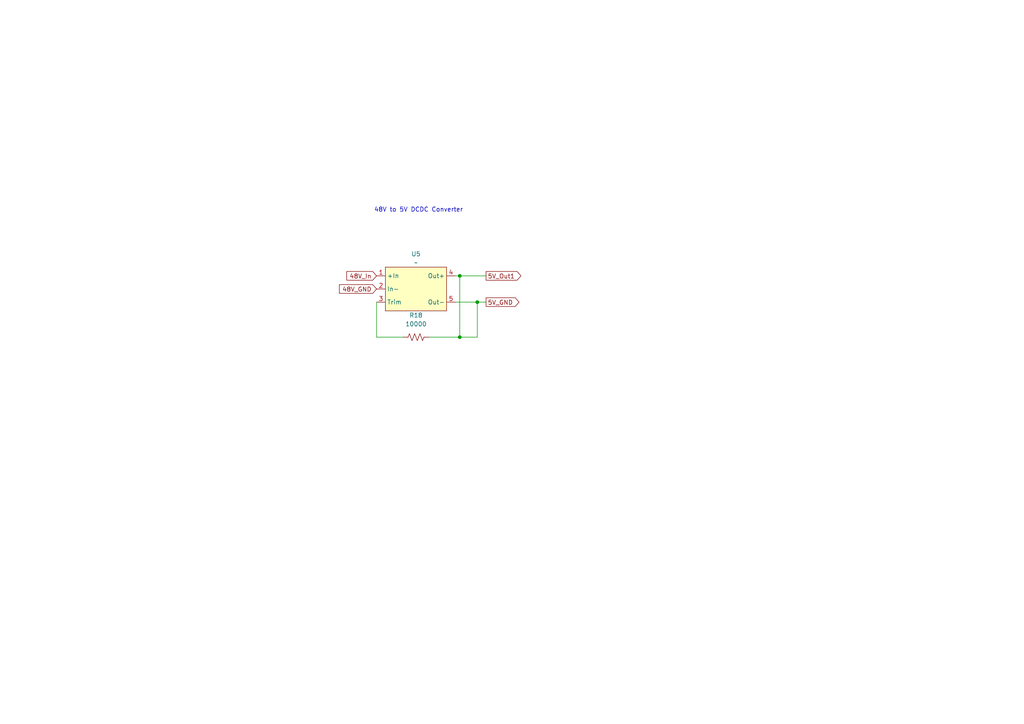
<source format=kicad_sch>
(kicad_sch (version 20231120) (generator "eeschema") (generator_version "8.0")
  (paper "A4")
  (lib_symbols
    (symbol "48Vto5V_PKU:PKU5311PI"
      (property "Reference" "U" (at 0.254 0 0))
      (symbol "PKU5311PI_1_1"
        (rectangle (start -8.89 6.35) (end 8.89 -6.35) (fill (type background)))
        (pin input line (at -11.43 3.81 0) (length 2.54) (name "+In") (number "1"))
        (pin input line (at -11.43 0 0) (length 2.54) (name "In-") (number "2"))
        (pin output line (at -11.43 -3.81 0) (length 2.54) (name "Trim") (number "3"))
        (pin output line (at 11.43 3.81 180) (length 2.54) (name "Out+") (number "4"))
        (pin output line (at 11.43 -3.81 180) (length 2.54) (name "Out-") (number "5"))
      )
    )
    (symbol "Device:R_US" (pin_numbers hide) (pin_names (offset 0))
      (property "Reference" "R" (at 2.54 0 90))
      (property "Value" "R_US" (at -2.54 0 90))
      (symbol "R_US_0_1"
        (polyline (pts (xy 0 -2.286) (xy 0 -2.54)))
        (polyline (pts (xy 0 2.286) (xy 0 2.54)))
        (polyline (pts (xy 0 -0.762) (xy 1.016 -1.143) (xy 0 -1.524) (xy -1.016 -1.905) (xy 0 -2.286)))
        (polyline (pts (xy 0 0.762) (xy 1.016 0.381) (xy 0 0) (xy -1.016 -0.381) (xy 0 -0.762)))
        (polyline (pts (xy 0 2.286) (xy 1.016 1.905) (xy 0 1.524) (xy -1.016 1.143) (xy 0 0.762)))
      )
      (symbol "R_US_1_1"
        (pin passive line (at 0 3.81 270) (length 1.27) (name "~") (number "1"))
        (pin passive line (at 0 -3.81 90) (length 1.27) (name "~") (number "2"))
      )
    )
  )
  (junction (at 133.35 97.79))
  (junction (at 133.35 80.01))
  (junction (at 138.43 87.63))
  (wire (pts (xy 109.22 97.79) (xy 116.84 97.79)))
  (wire (pts (xy 133.35 80.01) (xy 133.35 97.79)))
  (wire (pts (xy 133.35 80.01) (xy 140.97 80.01)))
  (wire (pts (xy 132.08 87.63) (xy 138.43 87.63)))
  (wire (pts (xy 124.46 97.79) (xy 133.35 97.79)))
  (wire (pts (xy 109.22 87.63) (xy 109.22 97.79)))
  (wire (pts (xy 138.43 87.63) (xy 138.43 97.79)))
  (wire (pts (xy 138.43 87.63) (xy 140.97 87.63)))
  (wire (pts (xy 133.35 97.79) (xy 138.43 97.79)))
  (wire (pts (xy 132.08 80.01) (xy 133.35 80.01)))
  (text "48V to 5V DCDC Converter\n" (at 121.412 60.96 0) (effects (font (size 1.27 1.27))))
  (global_label "48V_In" (shape input) (at 109.22 80.01 180) (property "Intersheetrefs" "${INTERSHEET_REFS}" (effects (hide yes))))
  (global_label "5V_Out1" (shape output) (at 140.97 80.01 0) (property "Intersheetrefs" "${INTERSHEET_REFS}" (effects (hide yes))))
  (global_label "5V_GND" (shape output) (at 140.97 87.63 0) (property "Intersheetrefs" "${INTERSHEET_REFS}" (effects (hide yes))))
  (global_label "48V_GND" (shape input) (at 109.22 83.82 180) (property "Intersheetrefs" "${INTERSHEET_REFS}" (effects (hide yes))))
  (symbol (lib_id "Device:R_US") (at 120.65 97.79 270) (unit 1)
    (property "Reference" "R18" (at 120.65 91.44 90))
    (property "Value" "10000" (at 120.65 93.98 90))
    (property "Description" "Resistor, US symbol" (effects (hide yes)))
  )
  (symbol (lib_id "48Vto5V_PKU:PKU5311PI") (at 120.65 83.82 0) (unit 1)
    (property "Reference" "U5" (at 120.65 73.66 0))
    (property "Value" "~" (at 120.65 76.2 0))
  )
)
</source>
